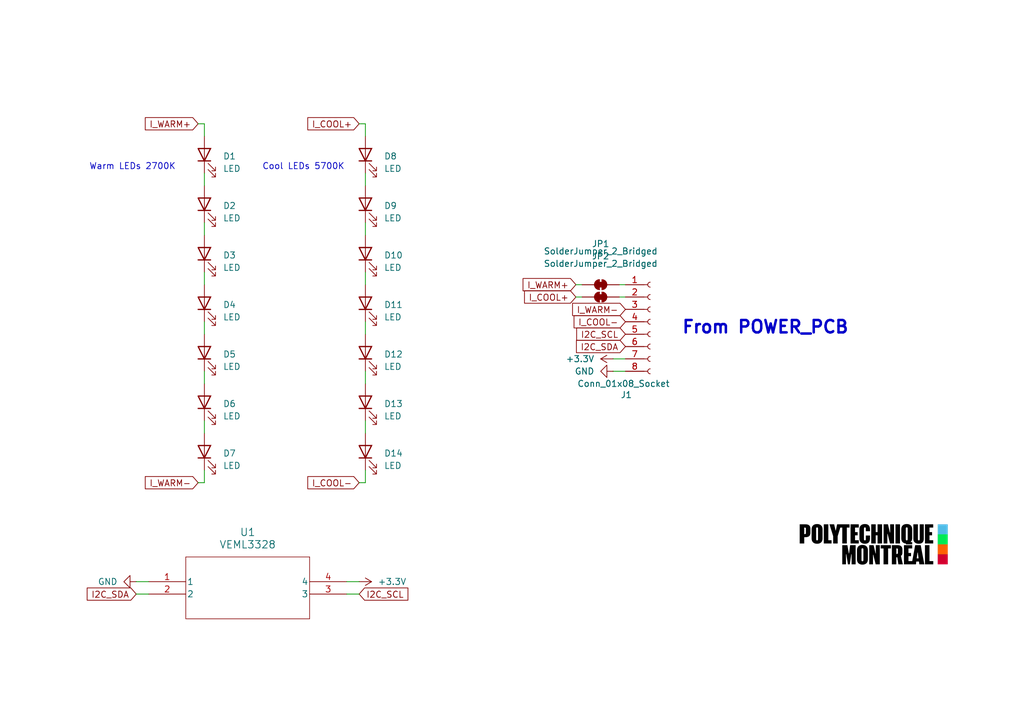
<source format=kicad_sch>
(kicad_sch (version 20250114) (generator "eeschema") (generator_version "9.0")
  (paper "A5")
  (title_block (title "DEL_MCPCB") (date "2025-10-24") (comment 1 "By : Mattias Vinet-Larouche"))
  (lib_symbols
    (symbol "Connector:Conn_01x08_Socket" (pin_names (offset 1.016) (hide yes))
      (property "Reference" "J" (at 0 10.16 0))
      (property "Value" "Conn_01x08_Socket" (at 0 -12.7 0))
      (symbol "Conn_01x08_Socket_1_1"
        (polyline (pts (xy -1.27 7.62) (xy -0.508 7.62)) (stroke (width 0.1524)))
        (polyline (pts (xy -1.27 5.08) (xy -0.508 5.08)) (stroke (width 0.1524)))
        (polyline (pts (xy -1.27 2.54) (xy -0.508 2.54)) (stroke (width 0.1524)))
        (polyline (pts (xy -1.27 0) (xy -0.508 0)) (stroke (width 0.1524)))
        (polyline (pts (xy -1.27 -2.54) (xy -0.508 -2.54)) (stroke (width 0.1524)))
        (polyline (pts (xy -1.27 -5.08) (xy -0.508 -5.08)) (stroke (width 0.1524)))
        (polyline (pts (xy -1.27 -7.62) (xy -0.508 -7.62)) (stroke (width 0.1524)))
        (polyline (pts (xy -1.27 -10.16) (xy -0.508 -10.16)) (stroke (width 0.1524)))
        (arc (start 0 7.112) (mid -0.5058 7.62) (end 0 8.128) (stroke (width 0.1524)))
        (arc (start 0 4.572) (mid -0.5058 5.08) (end 0 5.588) (stroke (width 0.1524)))
        (arc (start 0 2.032) (mid -0.5058 2.54) (end 0 3.048) (stroke (width 0.1524)))
        (arc (start 0 -0.508) (mid -0.5058 0) (end 0 0.508) (stroke (width 0.1524)))
        (arc (start 0 -3.048) (mid -0.5058 -2.54) (end 0 -2.032) (stroke (width 0.1524)))
        (arc (start 0 -5.588) (mid -0.5058 -5.08) (end 0 -4.572) (stroke (width 0.1524)))
        (arc (start 0 -8.128) (mid -0.5058 -7.62) (end 0 -7.112) (stroke (width 0.1524)))
        (arc (start 0 -10.668) (mid -0.5058 -10.16) (end 0 -9.652) (stroke (width 0.1524)))
        (pin passive line (at -5.08 7.62 0) (length 3.81) (name "Pin_1") (number "1"))
        (pin passive line (at -5.08 5.08 0) (length 3.81) (name "Pin_2") (number "2"))
        (pin passive line (at -5.08 2.54 0) (length 3.81) (name "Pin_3") (number "3"))
        (pin passive line (at -5.08 0 0) (length 3.81) (name "Pin_4") (number "4"))
        (pin passive line (at -5.08 -2.54 0) (length 3.81) (name "Pin_5") (number "5"))
        (pin passive line (at -5.08 -5.08 0) (length 3.81) (name "Pin_6") (number "6"))
        (pin passive line (at -5.08 -7.62 0) (length 3.81) (name "Pin_7") (number "7"))
        (pin passive line (at -5.08 -10.16 0) (length 3.81) (name "Pin_8") (number "8"))
      )
    )
    (symbol "Device:LED" (pin_numbers (hide yes)) (pin_names (offset 1.016) (hide yes))
      (property "Reference" "D" (at 0 2.54 0))
      (property "Value" "LED" (at 0 -2.54 0))
      (symbol "LED_0_1"
        (polyline (pts (xy -3.048 -0.762) (xy -4.572 -2.286) (xy -3.81 -2.286) (xy -4.572 -2.286) (xy -4.572 -1.524)))
        (polyline (pts (xy -1.778 -0.762) (xy -3.302 -2.286) (xy -2.54 -2.286) (xy -3.302 -2.286) (xy -3.302 -1.524)))
        (polyline (pts (xy -1.27 0) (xy 1.27 0)))
        (polyline (pts (xy -1.27 -1.27) (xy -1.27 1.27)) (stroke (width 0.254)))
        (polyline (pts (xy 1.27 -1.27) (xy 1.27 1.27) (xy -1.27 0) (xy 1.27 -1.27)) (stroke (width 0.254)))
      )
      (symbol "LED_1_1"
        (pin passive line (at -3.81 0 0) (length 2.54) (name "K") (number "1"))
        (pin passive line (at 3.81 0 180) (length 2.54) (name "A") (number "2"))
      )
    )
    (symbol "Jumper:SolderJumper_2_Bridged" (pin_numbers (hide yes)) (pin_names (offset 0) (hide yes)) (in_bom no)
      (property "Reference" "JP" (at 0 2.032 0))
      (property "Value" "SolderJumper_2_Bridged" (at 0 -2.54 0))
      (symbol "SolderJumper_2_Bridged_0_1"
        (rectangle (start -0.508 0.508) (end 0.508 -0.508) (fill (type outline)))
        (polyline (pts (xy -0.254 1.016) (xy -0.254 -1.016)))
        (arc (start -0.254 -1.016) (mid -1.2656 0) (end -0.254 1.016))
        (arc (start -0.254 -1.016) (mid -1.2656 0) (end -0.254 1.016) (fill (type outline)))
        (arc (start 0.254 1.016) (mid 1.2656 0) (end 0.254 -1.016))
        (arc (start 0.254 1.016) (mid 1.2656 0) (end 0.254 -1.016) (fill (type outline)))
        (polyline (pts (xy 0.254 1.016) (xy 0.254 -1.016)))
      )
      (symbol "SolderJumper_2_Bridged_1_1"
        (pin passive line (at -3.81 0 0) (length 2.54) (name "A") (number "1"))
        (pin passive line (at 3.81 0 180) (length 2.54) (name "B") (number "2"))
      )
    )
    (symbol "VEML3328:VEML3328" (pin_names (offset 0.254))
      (property "Reference" "U" (at 20.32 10.16 0))
      (property "Value" "VEML3328" (at 20.32 7.62 0))
      (symbol "VEML3328_0_1"
        (polyline (pts (xy 7.62 5.08) (xy 7.62 -7.62)) (stroke (width 0.127)))
        (polyline (pts (xy 7.62 -7.62) (xy 33.02 -7.62)) (stroke (width 0.127)))
        (polyline (pts (xy 33.02 5.08) (xy 7.62 5.08)) (stroke (width 0.127)))
        (polyline (pts (xy 33.02 -7.62) (xy 33.02 5.08)) (stroke (width 0.127)))
        (pin unspecified line (at 0 0 0) (length 7.62) (name "1") (number "1"))
        (pin unspecified line (at 0 -2.54 0) (length 7.62) (name "2") (number "2"))
        (pin unspecified line (at 40.64 0 180) (length 7.62) (name "4") (number "4"))
        (pin unspecified line (at 40.64 -2.54 180) (length 7.62) (name "3") (number "3"))
      )
    )
    (symbol "power:+3.3V" (power) (pin_numbers (hide yes)) (pin_names (offset 0) (hide yes))
      (property "Value" "+3.3V" (at 0 3.556 0))
      (symbol "+3.3V_0_1"
        (polyline (pts (xy -0.762 1.27) (xy 0 2.54)))
        (polyline (pts (xy 0 2.54) (xy 0.762 1.27)))
        (polyline (pts (xy 0 0) (xy 0 2.54)))
      )
      (symbol "+3.3V_1_1"
        (pin power_in line (at 0 0 90) (length 0) (name "~") (number "1"))
      )
    )
    (symbol "power:GND" (power) (pin_numbers (hide yes)) (pin_names (offset 0) (hide yes))
      (property "Value" "GND" (at 0 -3.81 0))
      (symbol "GND_0_1"
        (polyline (pts (xy 0 0) (xy 0 -1.27) (xy 1.27 -1.27) (xy 0 -2.54) (xy -1.27 -1.27) (xy 0 -1.27)))
      )
      (symbol "GND_1_1"
        (pin power_in line (at 0 0 270) (length 0) (name "~") (number "1"))
      )
    )
  )
  (text "From POWER_PCB\n" (at 139.7 67.31 0) (effects (font (size 2.54 2.54) (thickness 0.508) (bold yes)) (justify left)))
  (text "Cool LEDs 5700K" (at 62.23 34.29 0) (effects (font (size 1.27 1.27))))
  (text "Warm LEDs 2700K" (at 27.178 34.29 0) (effects (font (size 1.27 1.27))))
  (wire (pts (xy 41.91 76.2) (xy 41.91 78.74)))
  (wire (pts (xy 127 60.96) (xy 128.27 60.96)))
  (wire (pts (xy 125.73 73.66) (xy 128.27 73.66)))
  (wire (pts (xy 27.94 121.92) (xy 30.48 121.92)))
  (wire (pts (xy 74.93 96.52) (xy 74.93 99.06)))
  (wire (pts (xy 71.12 119.38) (xy 73.66 119.38)))
  (wire (pts (xy 125.73 76.2) (xy 128.27 76.2)))
  (wire (pts (xy 41.91 35.56) (xy 41.91 38.1)))
  (wire (pts (xy 41.91 99.06) (xy 40.64 99.06)))
  (wire (pts (xy 27.94 119.38) (xy 30.48 119.38)))
  (wire (pts (xy 40.64 25.4) (xy 41.91 25.4)))
  (wire (pts (xy 74.93 66.04) (xy 74.93 68.58)))
  (wire (pts (xy 118.11 60.96) (xy 119.38 60.96)))
  (wire (pts (xy 74.93 35.56) (xy 74.93 38.1)))
  (wire (pts (xy 74.93 76.2) (xy 74.93 78.74)))
  (wire (pts (xy 41.91 66.04) (xy 41.91 68.58)))
  (wire (pts (xy 118.11 58.42) (xy 119.38 58.42)))
  (wire (pts (xy 73.66 25.4) (xy 74.93 25.4)))
  (wire (pts (xy 74.93 45.72) (xy 74.93 48.26)))
  (wire (pts (xy 41.91 25.4) (xy 41.91 27.94)))
  (wire (pts (xy 127 58.42) (xy 128.27 58.42)))
  (wire (pts (xy 74.93 55.88) (xy 74.93 58.42)))
  (wire (pts (xy 41.91 55.88) (xy 41.91 58.42)))
  (wire (pts (xy 41.91 99.06) (xy 41.91 96.52)))
  (wire (pts (xy 74.93 86.36) (xy 74.93 88.9)))
  (wire (pts (xy 74.93 25.4) (xy 74.93 27.94)))
  (wire (pts (xy 41.91 45.72) (xy 41.91 48.26)))
  (wire (pts (xy 71.12 121.92) (xy 73.66 121.92)))
  (wire (pts (xy 74.93 99.06) (xy 73.66 99.06)))
  (wire (pts (xy 41.91 86.36) (xy 41.91 88.9)))
  (image (at 179.1855 111.706) (scale 0.199511))
  (global_label "I_WARM-" (shape input) (at 128.27 63.5 180) (property "Intersheetrefs" "${INTERSHEET_REFS}" (effects (hide yes))))
  (global_label "I_WARM-" (shape input) (at 40.64 99.06 180) (property "Intersheetrefs" "${INTERSHEET_REFS}" (effects (hide yes))))
  (global_label "I_COOL+" (shape input) (at 118.11 60.96 180) (property "Intersheetrefs" "${INTERSHEET_REFS}" (effects (hide yes))))
  (global_label "I2C_SDA" (shape input) (at 27.94 121.92 180) (property "Intersheetrefs" "${INTERSHEET_REFS}" (effects (hide yes))))
  (global_label "I2C_SCL" (shape input) (at 73.66 121.92 0) (property "Intersheetrefs" "${INTERSHEET_REFS}" (effects (hide yes))))
  (global_label "I_COOL-" (shape input) (at 73.66 99.06 180) (property "Intersheetrefs" "${INTERSHEET_REFS}" (effects (hide yes))))
  (global_label "I_COOL+" (shape input) (at 73.66 25.4 180) (property "Intersheetrefs" "${INTERSHEET_REFS}" (effects (hide yes))))
  (global_label "I_WARM+" (shape input) (at 40.64 25.4 180) (property "Intersheetrefs" "${INTERSHEET_REFS}" (effects (hide yes))))
  (global_label "I2C_SDA" (shape input) (at 128.27 71.12 180) (property "Intersheetrefs" "${INTERSHEET_REFS}" (effects (hide yes))))
  (global_label "I_WARM+" (shape input) (at 118.11 58.42 180) (property "Intersheetrefs" "${INTERSHEET_REFS}" (effects (hide yes))))
  (global_label "I2C_SCL" (shape input) (at 128.27 68.58 180) (property "Intersheetrefs" "${INTERSHEET_REFS}" (effects (hide yes))))
  (global_label "I_COOL-" (shape input) (at 128.27 66.04 180) (property "Intersheetrefs" "${INTERSHEET_REFS}" (effects (hide yes))))
  (symbol (lib_id "Device:LED") (at 41.91 62.23 90) (unit 1)
    (property "Reference" "D4" (at 45.72 62.5474 90) (effects (justify right)))
    (property "Value" "LED" (at 45.72 65.0874 90) (effects (justify right)))
    (property "Footprint" "LED_SMD:LED_Luminus_MP-3030-1100_3.0x3.0mm" (effects (hide yes)))
    (property "Description" "LED J WARM WHT 2700K SMD" (effects (hide yes)))
    (property "Digikey" "2138-JK3030AWT-P-U27EA0000-N0000001CT-ND" (effects (hide yes)))
    (property "DigiLink" "https://www.digikey.ca/en/products/detail/cree-led/JK3030AWT-P-U27EA0000-N0000001/8020370" (effects (hide yes)))
  )
  (symbol (lib_id "Device:LED") (at 41.91 41.91 90) (unit 1)
    (property "Reference" "D2" (at 45.72 42.2274 90) (effects (justify right)))
    (property "Value" "LED" (at 45.72 44.7674 90) (effects (justify right)))
    (property "Footprint" "LED_SMD:LED_Luminus_MP-3030-1100_3.0x3.0mm" (effects (hide yes)))
    (property "Description" "LED J WARM WHT 2700K SMD" (effects (hide yes)))
    (property "Digikey" "2138-JK3030AWT-P-U27EA0000-N0000001CT-ND" (effects (hide yes)))
    (property "DigiLink" "https://www.digikey.ca/en/products/detail/cree-led/JK3030AWT-P-U27EA0000-N0000001/8020370" (effects (hide yes)))
  )
  (symbol (lib_id "power:+3.3V") (at 73.66 119.38 270) (unit 1)
    (property "Reference" "#PWR04" (effects (hide yes)))
    (property "Value" "+3.3V" (at 77.47 119.3799 90) (effects (justify left)))
    (property "Description" "Power symbol creates a global label with name \"+3.3V\"" (effects (hide yes)))
  )
  (symbol (lib_id "Device:LED") (at 41.91 52.07 90) (unit 1)
    (property "Reference" "D3" (at 45.72 52.3874 90) (effects (justify right)))
    (property "Value" "LED" (at 45.72 54.9274 90) (effects (justify right)))
    (property "Footprint" "LED_SMD:LED_Luminus_MP-3030-1100_3.0x3.0mm" (effects (hide yes)))
    (property "Description" "LED J WARM WHT 2700K SMD" (effects (hide yes)))
    (property "Digikey" "2138-JK3030AWT-P-U27EA0000-N0000001CT-ND" (effects (hide yes)))
    (property "DigiLink" "https://www.digikey.ca/en/products/detail/cree-led/JK3030AWT-P-U27EA0000-N0000001/8020370" (effects (hide yes)))
  )
  (symbol (lib_id "Connector:Conn_01x08_Socket") (at 133.35 66.04 0) (unit 1)
    (property "Reference" "J1" (at 127.254 81.026 0) (effects (justify left)))
    (property "Value" "Conn_01x08_Socket" (at 118.364 78.74 0) (effects (justify left)))
    (property "Footprint" "Pi3_Footprints:SAMTEC_CLP-104-02-X-D" (effects (hide yes)))
    (property "Description" "CONN RCPT 8POS 0.05 GOLD SMD" (effects (hide yes)))
    (property "Digikey" "SAM1155-04-ND" (effects (hide yes)))
    (property "DigiLink" "https://www.digikey.ca/en/products/detail/samtec-inc/CLP-104-02-L-D/1109929" (effects (hide yes)))
  )
  (symbol (lib_id "power:+3.3V") (at 125.73 73.66 90) (unit 1)
    (property "Reference" "#PWR02" (effects (hide yes)))
    (property "Value" "+3.3V" (at 121.92 73.6599 90) (effects (justify left)))
    (property "Description" "Power symbol creates a global label with name \"+3.3V\"" (effects (hide yes)))
  )
  (symbol (lib_id "power:GND") (at 125.73 76.2 270) (unit 1)
    (property "Reference" "#PWR01" (effects (hide yes)))
    (property "Value" "GND" (at 121.92 76.1999 90) (effects (justify right)))
    (property "Description" "Power symbol creates a global label with name \"GND\" , ground" (effects (hide yes)))
  )
  (symbol (lib_id "power:GND") (at 27.94 119.38 270) (unit 1)
    (property "Reference" "#PWR03" (effects (hide yes)))
    (property "Value" "GND" (at 24.13 119.3799 90) (effects (justify right)))
    (property "Description" "Power symbol creates a global label with name \"GND\" , ground" (effects (hide yes)))
  )
  (symbol (lib_id "Device:LED") (at 74.93 41.91 90) (unit 1)
    (property "Reference" "D9" (at 78.74 42.2274 90) (effects (justify right)))
    (property "Value" "LED" (at 78.74 44.7674 90) (effects (justify right)))
    (property "Footprint" "LED_SMD:LED_Luminus_MP-3030-1100_3.0x3.0mm" (effects (hide yes)))
    (property "Description" "LED J COOL WHITE 5700K SMD" (effects (hide yes)))
    (property "Digikey" "2138-JK3030AWT-P-U57EA0000-N0000001CT-ND" (effects (hide yes)))
    (property "DigiLink" "https://www.digikey.ca/en/products/detail/cree-led/JK3030AWT-P-U57EA0000-N0000001/8020376" (effects (hide yes)))
  )
  (symbol (lib_id "Device:LED") (at 41.91 72.39 90) (unit 1)
    (property "Reference" "D5" (at 45.72 72.7074 90) (effects (justify right)))
    (property "Value" "LED" (at 45.72 75.2474 90) (effects (justify right)))
    (property "Footprint" "LED_SMD:LED_Luminus_MP-3030-1100_3.0x3.0mm" (effects (hide yes)))
    (property "Description" "LED J WARM WHT 2700K SMD" (effects (hide yes)))
    (property "Digikey" "2138-JK3030AWT-P-U27EA0000-N0000001CT-ND" (effects (hide yes)))
    (property "DigiLink" "https://www.digikey.ca/en/products/detail/cree-led/JK3030AWT-P-U27EA0000-N0000001/8020370" (effects (hide yes)))
  )
  (symbol (lib_id "Device:LED") (at 74.93 62.23 90) (unit 1)
    (property "Reference" "D11" (at 78.74 62.5474 90) (effects (justify right)))
    (property "Value" "LED" (at 78.74 65.0874 90) (effects (justify right)))
    (property "Footprint" "LED_SMD:LED_Luminus_MP-3030-1100_3.0x3.0mm" (effects (hide yes)))
    (property "Description" "LED J COOL WHITE 5700K SMD" (effects (hide yes)))
    (property "Digikey" "2138-JK3030AWT-P-U57EA0000-N0000001CT-ND" (effects (hide yes)))
    (property "DigiLink" "https://www.digikey.ca/en/products/detail/cree-led/JK3030AWT-P-U57EA0000-N0000001/8020376" (effects (hide yes)))
  )
  (symbol (lib_id "Jumper:SolderJumper_2_Bridged") (at 123.19 60.96 0) (unit 1) (in_bom no)
    (property "Reference" "JP2" (at 123.19 52.578 0))
    (property "Value" "SolderJumper_2_Bridged" (at 123.19 54.102 0))
    (property "Footprint" "Resistor_SMD:R_1206_3216Metric_Pad1.30x1.75mm_HandSolder" (effects (hide yes)))
    (property "Description" "Solder Jumper, 2-pole, closed/bridged" (effects (hide yes)))
    (property "Digikey" "RMCF1206ZT0R00CT-ND" (effects (hide yes)))
    (property "DigiLink" "https://www.digikey.ca/en/products/detail/stackpole-electronics-inc/RMCF1206ZT0R00/1756906" (effects (hide yes)))
  )
  (symbol (lib_id "Device:LED") (at 74.93 52.07 90) (unit 1)
    (property "Reference" "D10" (at 78.74 52.3874 90) (effects (justify right)))
    (property "Value" "LED" (at 78.74 54.9274 90) (effects (justify right)))
    (property "Footprint" "LED_SMD:LED_Luminus_MP-3030-1100_3.0x3.0mm" (effects (hide yes)))
    (property "Description" "LED J COOL WHITE 5700K SMD" (effects (hide yes)))
    (property "Digikey" "2138-JK3030AWT-P-U57EA0000-N0000001CT-ND" (effects (hide yes)))
    (property "DigiLink" "https://www.digikey.ca/en/products/detail/cree-led/JK3030AWT-P-U57EA0000-N0000001/8020376" (effects (hide yes)))
  )
  (symbol (lib_id "VEML3328:VEML3328") (at 30.48 119.38 0) (unit 1)
    (property "Reference" "U1" (at 50.8 109.22 0) (effects (font (size 1.524 1.524))))
    (property "Value" "VEML3328" (at 50.8 111.76 0) (effects (font (size 1.524 1.524))))
    (property "Footprint" "Pi3_Footprints:SMD_L3328_VIS" (effects (hide yes)))
    (property "Datasheet" "https://www.vishay.com/doc?84968" (effects (hide yes)))
    (property "Digikey" "751-VEML3328CT-ND" (effects (hide yes)))
    (property "DigiLink" "https://www.digikey.ca/en/products/detail/vishay-semiconductor-opto-division/VEML3328/10673129" (effects (hide yes)))
  )
  (symbol (lib_id "Jumper:SolderJumper_2_Bridged") (at 123.19 58.42 0) (unit 1) (in_bom no)
    (property "Reference" "JP1" (at 123.19 50.038 0))
    (property "Value" "SolderJumper_2_Bridged" (at 123.19 51.562 0))
    (property "Footprint" "Resistor_SMD:R_1206_3216Metric_Pad1.30x1.75mm_HandSolder" (effects (hide yes)))
    (property "Description" "Solder Jumper, 2-pole, closed/bridged" (effects (hide yes)))
    (property "Digikey" "RMCF1206ZT0R00CT-ND" (effects (hide yes)))
    (property "DigiLink" "https://www.digikey.ca/en/products/detail/stackpole-electronics-inc/RMCF1206ZT0R00/1756906" (effects (hide yes)))
  )
  (symbol (lib_id "Device:LED") (at 74.93 82.55 90) (unit 1)
    (property "Reference" "D13" (at 78.74 82.8674 90) (effects (justify right)))
    (property "Value" "LED" (at 78.74 85.4074 90) (effects (justify right)))
    (property "Footprint" "LED_SMD:LED_Luminus_MP-3030-1100_3.0x3.0mm" (effects (hide yes)))
    (property "Description" "LED J COOL WHITE 5700K SMD" (effects (hide yes)))
    (property "Digikey" "2138-JK3030AWT-P-U57EA0000-N0000001CT-ND" (effects (hide yes)))
    (property "DigiLink" "https://www.digikey.ca/en/products/detail/cree-led/JK3030AWT-P-U57EA0000-N0000001/8020376" (effects (hide yes)))
  )
  (symbol (lib_id "Device:LED") (at 41.91 31.75 90) (unit 1)
    (property "Reference" "D1" (at 45.72 32.0674 90) (effects (justify right)))
    (property "Value" "LED" (at 45.72 34.6074 90) (effects (justify right)))
    (property "Footprint" "LED_SMD:LED_Luminus_MP-3030-1100_3.0x3.0mm" (effects (hide yes)))
    (property "Description" "LED J WARM WHT 2700K SMD" (effects (hide yes)))
    (property "Digikey" "2138-JK3030AWT-P-U27EA0000-N0000001CT-ND" (effects (hide yes)))
    (property "DigiLink" "https://www.digikey.ca/en/products/detail/cree-led/JK3030AWT-P-U27EA0000-N0000001/8020370" (effects (hide yes)))
  )
  (symbol (lib_id "Device:LED") (at 74.93 31.75 90) (unit 1)
    (property "Reference" "D8" (at 78.74 32.0674 90) (effects (justify right)))
    (property "Value" "LED" (at 78.74 34.6074 90) (effects (justify right)))
    (property "Footprint" "LED_SMD:LED_Luminus_MP-3030-1100_3.0x3.0mm" (effects (hide yes)))
    (property "Description" "LED J COOL WHITE 5700K SMD" (effects (hide yes)))
    (property "Digikey" "2138-JK3030AWT-P-U57EA0000-N0000001CT-ND" (effects (hide yes)))
    (property "DigiLink" "https://www.digikey.ca/en/products/detail/cree-led/JK3030AWT-P-U57EA0000-N0000001/8020376" (effects (hide yes)))
  )
  (symbol (lib_id "Device:LED") (at 74.93 92.71 90) (unit 1)
    (property "Reference" "D14" (at 78.74 93.0274 90) (effects (justify right)))
    (property "Value" "LED" (at 78.74 95.5674 90) (effects (justify right)))
    (property "Footprint" "LED_SMD:LED_Luminus_MP-3030-1100_3.0x3.0mm" (effects (hide yes)))
    (property "Description" "LED J COOL WHITE 5700K SMD" (effects (hide yes)))
    (property "Digikey" "2138-JK3030AWT-P-U57EA0000-N0000001CT-ND" (effects (hide yes)))
    (property "DigiLink" "https://www.digikey.ca/en/products/detail/cree-led/JK3030AWT-P-U57EA0000-N0000001/8020376" (effects (hide yes)))
  )
  (symbol (lib_id "Device:LED") (at 74.93 72.39 90) (unit 1)
    (property "Reference" "D12" (at 78.74 72.7074 90) (effects (justify right)))
    (property "Value" "LED" (at 78.74 75.2474 90) (effects (justify right)))
    (property "Footprint" "LED_SMD:LED_Luminus_MP-3030-1100_3.0x3.0mm" (effects (hide yes)))
    (property "Description" "LED J COOL WHITE 5700K SMD" (effects (hide yes)))
    (property "Digikey" "2138-JK3030AWT-P-U57EA0000-N0000001CT-ND" (effects (hide yes)))
    (property "DigiLink" "https://www.digikey.ca/en/products/detail/cree-led/JK3030AWT-P-U57EA0000-N0000001/8020376" (effects (hide yes)))
  )
  (symbol (lib_id "Device:LED") (at 41.91 92.71 90) (unit 1)
    (property "Reference" "D7" (at 45.72 93.0274 90) (effects (justify right)))
    (property "Value" "LED" (at 45.72 95.5674 90) (effects (justify right)))
    (property "Footprint" "LED_SMD:LED_Luminus_MP-3030-1100_3.0x3.0mm" (effects (hide yes)))
    (property "Description" "LED J WARM WHT 2700K SMD" (effects (hide yes)))
    (property "Digikey" "2138-JK3030AWT-P-U27EA0000-N0000001CT-ND" (effects (hide yes)))
    (property "DigiLink" "https://www.digikey.ca/en/products/detail/cree-led/JK3030AWT-P-U27EA0000-N0000001/8020370" (effects (hide yes)))
  )
  (symbol (lib_id "Device:LED") (at 41.91 82.55 90) (unit 1)
    (property "Reference" "D6" (at 45.72 82.8674 90) (effects (justify right)))
    (property "Value" "LED" (at 45.72 85.4074 90) (effects (justify right)))
    (property "Footprint" "LED_SMD:LED_Luminus_MP-3030-1100_3.0x3.0mm" (effects (hide yes)))
    (property "Description" "LED J WARM WHT 2700K SMD" (effects (hide yes)))
    (property "Digikey" "2138-JK3030AWT-P-U27EA0000-N0000001CT-ND" (effects (hide yes)))
    (property "DigiLink" "https://www.digikey.ca/en/products/detail/cree-led/JK3030AWT-P-U27EA0000-N0000001/8020370" (effects (hide yes)))
  )
)
</source>
